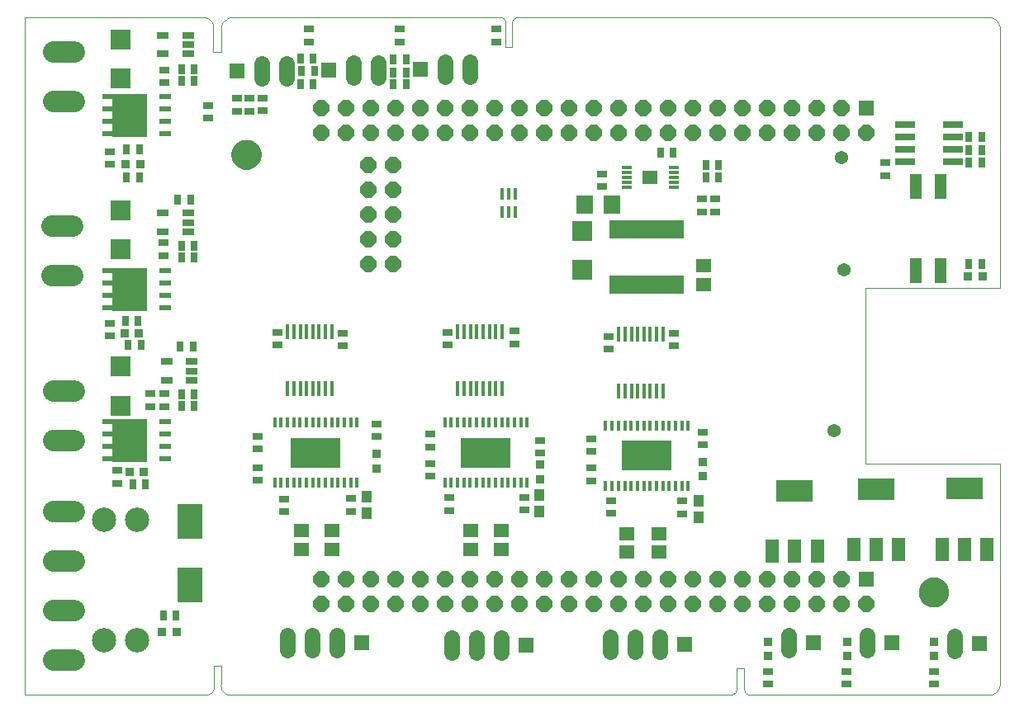
<source format=gts>
G75*
%MOIN*%
%OFA0B0*%
%FSLAX24Y24*%
%IPPOS*%
%LPD*%
%AMOC8*
5,1,8,0,0,1.08239X$1,22.5*
%
%ADD10C,0.0000*%
%ADD11R,0.0178X0.0434*%
%ADD12R,0.2009X0.1221*%
%ADD13R,0.0180X0.0620*%
%ADD14R,0.0394X0.0316*%
%ADD15R,0.0631X0.0552*%
%ADD16R,0.0355X0.0355*%
%ADD17R,0.0520X0.0920*%
%ADD18R,0.1457X0.0906*%
%ADD19R,0.0316X0.0394*%
%ADD20R,0.0434X0.0473*%
%ADD21R,0.0640X0.0640*%
%ADD22C,0.0640*%
%ADD23C,0.0865*%
%ADD24R,0.0485X0.1001*%
%ADD25R,0.1024X0.1418*%
%ADD26R,0.0827X0.0827*%
%ADD27R,0.0820X0.0250*%
%ADD28C,0.0500*%
%ADD29C,0.0434*%
%ADD30C,0.0540*%
%ADD31R,0.0473X0.0237*%
%ADD32R,0.1418X0.1733*%
%ADD33R,0.0512X0.0257*%
%ADD34OC8,0.0640*%
%ADD35C,0.0985*%
%ADD36R,0.0434X0.0158*%
%ADD37R,0.0670X0.0749*%
%ADD38R,0.2993X0.0749*%
%ADD39R,0.0180X0.0500*%
D10*
X002552Y003472D02*
X009875Y003472D01*
X009876Y003473D02*
X009910Y003476D01*
X009944Y003483D01*
X009978Y003494D01*
X010010Y003507D01*
X010040Y003524D01*
X010069Y003543D01*
X010096Y003565D01*
X010121Y003590D01*
X010142Y003617D01*
X010162Y003646D01*
X010178Y003677D01*
X010191Y003710D01*
X010201Y003743D01*
X010207Y003777D01*
X010211Y003812D01*
X010210Y003847D01*
X010210Y003846D02*
X010210Y004654D01*
X010486Y004654D01*
X010486Y003886D01*
X010485Y003886D02*
X010484Y003848D01*
X010487Y003810D01*
X010493Y003773D01*
X010503Y003736D01*
X010517Y003701D01*
X010533Y003667D01*
X010554Y003635D01*
X010577Y003605D01*
X010603Y003578D01*
X010631Y003553D01*
X010662Y003531D01*
X010695Y003513D01*
X010729Y003497D01*
X010765Y003485D01*
X010802Y003477D01*
X010839Y003472D01*
X010840Y003472D02*
X031056Y003472D01*
X031057Y003473D02*
X031086Y003476D01*
X031115Y003483D01*
X031143Y003493D01*
X031170Y003506D01*
X031195Y003522D01*
X031217Y003542D01*
X031238Y003563D01*
X031255Y003587D01*
X031269Y003613D01*
X031280Y003641D01*
X031288Y003670D01*
X031292Y003699D01*
X031293Y003729D01*
X031293Y003728D02*
X031293Y004555D01*
X031608Y004555D01*
X031608Y003728D01*
X031608Y003729D02*
X031609Y003699D01*
X031613Y003670D01*
X031621Y003641D01*
X031632Y003613D01*
X031646Y003587D01*
X031663Y003563D01*
X031684Y003542D01*
X031706Y003522D01*
X031731Y003506D01*
X031758Y003493D01*
X031786Y003483D01*
X031815Y003476D01*
X031844Y003473D01*
X031844Y003472D02*
X041430Y003472D01*
X041471Y003471D01*
X041511Y003474D01*
X041551Y003480D01*
X041591Y003490D01*
X041629Y003503D01*
X041666Y003519D01*
X041701Y003539D01*
X041735Y003561D01*
X041767Y003587D01*
X041796Y003615D01*
X041822Y003645D01*
X041846Y003678D01*
X041867Y003713D01*
X041885Y003749D01*
X041900Y003787D01*
X041911Y003825D01*
X041919Y003865D01*
X041923Y003905D01*
X041923Y003906D02*
X041923Y012823D01*
X036486Y012823D01*
X036486Y019909D01*
X041923Y019909D01*
X041923Y030441D01*
X041923Y030440D02*
X041918Y030480D01*
X041910Y030519D01*
X041898Y030558D01*
X041883Y030595D01*
X041865Y030631D01*
X041844Y030665D01*
X041820Y030697D01*
X041793Y030727D01*
X041764Y030754D01*
X041733Y030779D01*
X041699Y030801D01*
X041664Y030820D01*
X041627Y030835D01*
X041589Y030848D01*
X041550Y030857D01*
X041511Y030863D01*
X041471Y030865D01*
X041431Y030864D01*
X041430Y030864D02*
X026125Y030864D01*
X026125Y030854D02*
X022434Y030854D01*
X022435Y030854D02*
X022407Y030847D01*
X022379Y030837D01*
X022354Y030824D01*
X022330Y030808D01*
X022308Y030790D01*
X022288Y030768D01*
X022271Y030745D01*
X022258Y030720D01*
X022247Y030693D01*
X022240Y030665D01*
X022236Y030636D01*
X022235Y030607D01*
X022238Y030579D01*
X022237Y030579D02*
X022237Y029654D01*
X021982Y029654D01*
X021982Y030579D01*
X021981Y030579D02*
X021984Y030607D01*
X021983Y030636D01*
X021979Y030665D01*
X021972Y030693D01*
X021961Y030720D01*
X021948Y030745D01*
X021931Y030768D01*
X021911Y030790D01*
X021889Y030808D01*
X021865Y030824D01*
X021840Y030837D01*
X021812Y030847D01*
X021784Y030854D01*
X021785Y030854D02*
X010958Y030854D01*
X010917Y030852D01*
X010876Y030847D01*
X010836Y030838D01*
X010797Y030826D01*
X010759Y030810D01*
X010722Y030791D01*
X010687Y030769D01*
X010655Y030744D01*
X010624Y030716D01*
X010596Y030685D01*
X010571Y030653D01*
X010549Y030618D01*
X010530Y030581D01*
X010514Y030543D01*
X010502Y030504D01*
X010493Y030464D01*
X010488Y030423D01*
X010486Y030382D01*
X010486Y029437D01*
X010171Y029437D01*
X010171Y030382D01*
X010174Y030421D01*
X010173Y030460D01*
X010169Y030498D01*
X010162Y030537D01*
X010151Y030574D01*
X010136Y030610D01*
X010119Y030645D01*
X010098Y030678D01*
X010074Y030709D01*
X010047Y030737D01*
X010018Y030763D01*
X009987Y030786D01*
X009954Y030807D01*
X009919Y030824D01*
X009882Y030837D01*
X009845Y030848D01*
X009806Y030855D01*
X009806Y030854D02*
X002552Y030854D01*
X002552Y003472D01*
D11*
X012651Y012050D03*
X012907Y012050D03*
X013163Y012050D03*
X013419Y012050D03*
X013674Y012050D03*
X013930Y012050D03*
X014186Y012050D03*
X014442Y012050D03*
X014698Y012050D03*
X014954Y012050D03*
X015210Y012050D03*
X015466Y012050D03*
X015722Y012050D03*
X015978Y012050D03*
X015978Y014481D03*
X015722Y014481D03*
X015466Y014481D03*
X015210Y014481D03*
X014954Y014481D03*
X014698Y014481D03*
X014442Y014481D03*
X014186Y014481D03*
X013930Y014481D03*
X013674Y014481D03*
X013419Y014481D03*
X013163Y014481D03*
X012907Y014481D03*
X012651Y014481D03*
X019521Y014481D03*
X019777Y014481D03*
X020033Y014481D03*
X020289Y014481D03*
X020545Y014481D03*
X020800Y014481D03*
X021056Y014481D03*
X021312Y014481D03*
X021568Y014481D03*
X021824Y014481D03*
X022080Y014481D03*
X022336Y014481D03*
X022592Y014481D03*
X022848Y014481D03*
X022848Y012050D03*
X022592Y012050D03*
X022336Y012050D03*
X022080Y012050D03*
X021824Y012050D03*
X021568Y012050D03*
X021312Y012050D03*
X021056Y012050D03*
X020800Y012050D03*
X020545Y012050D03*
X020289Y012050D03*
X020033Y012050D03*
X019777Y012050D03*
X019521Y012050D03*
X026017Y011932D03*
X026273Y011932D03*
X026529Y011932D03*
X026785Y011932D03*
X027041Y011932D03*
X027297Y011932D03*
X027552Y011932D03*
X027808Y011932D03*
X028064Y011932D03*
X028320Y011932D03*
X028576Y011932D03*
X028832Y011932D03*
X029088Y011932D03*
X029344Y011932D03*
X029344Y014363D03*
X029088Y014363D03*
X028832Y014363D03*
X028576Y014363D03*
X028320Y014363D03*
X028064Y014363D03*
X027808Y014363D03*
X027552Y014363D03*
X027297Y014363D03*
X027041Y014363D03*
X026785Y014363D03*
X026529Y014363D03*
X026273Y014363D03*
X026017Y014363D03*
D12*
X027680Y013148D03*
X021184Y013266D03*
X014314Y013266D03*
D13*
X014198Y015856D03*
X014448Y015856D03*
X014708Y015856D03*
X014968Y015856D03*
X013938Y015856D03*
X013688Y015856D03*
X013428Y015856D03*
X013168Y015856D03*
X013168Y018156D03*
X013428Y018156D03*
X013688Y018156D03*
X013938Y018156D03*
X014198Y018156D03*
X014448Y018156D03*
X014708Y018156D03*
X014968Y018156D03*
X020038Y018156D03*
X020298Y018156D03*
X020558Y018156D03*
X020808Y018156D03*
X021068Y018156D03*
X021318Y018156D03*
X021578Y018156D03*
X021838Y018156D03*
X021838Y015856D03*
X021578Y015856D03*
X021318Y015856D03*
X021068Y015856D03*
X020808Y015856D03*
X020558Y015856D03*
X020298Y015856D03*
X020038Y015856D03*
X026534Y015738D03*
X026794Y015738D03*
X027054Y015738D03*
X027304Y015738D03*
X027564Y015738D03*
X027814Y015738D03*
X028074Y015738D03*
X028334Y015738D03*
X028334Y018038D03*
X028074Y018038D03*
X027814Y018038D03*
X027564Y018038D03*
X027304Y018038D03*
X027054Y018038D03*
X026794Y018038D03*
X026534Y018038D03*
D14*
X026123Y017958D03*
X026123Y017446D03*
X028763Y017587D03*
X028763Y018098D03*
X029934Y014083D03*
X029934Y013571D03*
X029108Y011307D03*
X029108Y010795D03*
X026243Y010815D03*
X026243Y011327D03*
X025448Y012124D03*
X025448Y012636D03*
X025448Y013315D03*
X025448Y013827D03*
X023379Y013768D03*
X023379Y013256D03*
X022730Y011465D03*
X022730Y010953D03*
X019708Y010933D03*
X019708Y011445D03*
X018950Y012311D03*
X018950Y012823D03*
X018940Y013492D03*
X018940Y014004D03*
X016765Y013906D03*
X016765Y014417D03*
X015725Y011414D03*
X015725Y010902D03*
X013023Y010884D03*
X013023Y011396D03*
X011952Y012137D03*
X011952Y012649D03*
X011962Y013411D03*
X011962Y013923D03*
X008212Y015126D03*
X008212Y015638D03*
X007621Y015638D03*
X007621Y015126D03*
X006293Y012537D03*
X006293Y012026D03*
X012768Y017604D03*
X012768Y018116D03*
X015407Y018098D03*
X015407Y017587D03*
X019647Y017604D03*
X019647Y018116D03*
X022326Y018177D03*
X022326Y017665D03*
X029915Y023000D03*
X030426Y023000D03*
X030426Y023512D03*
X029915Y023512D03*
X025860Y024024D03*
X025860Y024535D03*
X021608Y029860D03*
X021608Y030372D03*
X017690Y030372D03*
X017690Y029860D03*
X014019Y029860D03*
X014019Y030372D03*
X012159Y027587D03*
X012159Y027075D03*
X011627Y027065D03*
X011125Y027065D03*
X011125Y027577D03*
X011627Y027577D03*
X009984Y027281D03*
X009984Y026770D03*
X008212Y028217D03*
X008212Y028728D03*
X005997Y025431D03*
X005997Y024919D03*
X008163Y021740D03*
X008163Y021228D03*
X005997Y018492D03*
X005997Y017980D03*
X032582Y004427D03*
X032582Y003915D03*
X035741Y003915D03*
X035741Y004427D03*
X039265Y004427D03*
X039265Y003915D03*
X037316Y024467D03*
X037316Y024978D03*
D15*
X029954Y020815D03*
X029954Y020067D03*
X027812Y024370D03*
X028173Y009988D03*
X028173Y009240D03*
X026883Y009240D03*
X026883Y009988D03*
X021795Y010106D03*
X021795Y009358D03*
X020564Y009358D03*
X020564Y010106D03*
X014984Y010106D03*
X014984Y009358D03*
X013734Y009358D03*
X013734Y010106D03*
D16*
X016765Y012626D03*
X016765Y013217D03*
X023379Y012783D03*
X023379Y012193D03*
X029934Y012311D03*
X029934Y012902D03*
X032562Y005628D03*
X032562Y005037D03*
X035771Y005037D03*
X035771Y005628D03*
X039265Y005628D03*
X039265Y005037D03*
X040643Y020402D03*
X041234Y020402D03*
X008704Y006031D03*
X008113Y006031D03*
X007375Y012478D03*
X006785Y012478D03*
X006588Y018089D03*
X007178Y018089D03*
X007228Y024929D03*
X006637Y024929D03*
D17*
X032735Y009270D03*
X033645Y009270D03*
X034555Y009270D03*
X036023Y009349D03*
X036932Y009349D03*
X037842Y009349D03*
X039586Y009369D03*
X040495Y009369D03*
X041405Y009369D03*
D18*
X040495Y011809D03*
X036932Y011789D03*
X033645Y011710D03*
D19*
X040682Y020894D03*
X041194Y020894D03*
X041194Y024978D03*
X040682Y024978D03*
X040682Y025470D03*
X041194Y025470D03*
X041194Y026012D03*
X040682Y026012D03*
X030564Y024870D03*
X030564Y024378D03*
X030052Y024378D03*
X030052Y024870D03*
X028734Y025402D03*
X028222Y025402D03*
X017956Y028138D03*
X017956Y028620D03*
X017444Y028620D03*
X017444Y028138D03*
X017444Y029152D03*
X017956Y029152D03*
X014255Y028689D03*
X013743Y028689D03*
X013694Y028138D03*
X014206Y028138D03*
X014206Y029201D03*
X013694Y029201D03*
X009403Y028768D03*
X009403Y028276D03*
X008891Y028276D03*
X008891Y028768D03*
X007188Y025520D03*
X006676Y025520D03*
X006676Y024388D03*
X007188Y024388D03*
X008743Y023502D03*
X009255Y023502D03*
X009403Y021632D03*
X008891Y021632D03*
X008891Y021140D03*
X009403Y021140D03*
X007139Y018581D03*
X006627Y018581D03*
X006745Y017606D03*
X007257Y017606D03*
X008842Y017547D03*
X009354Y017547D03*
X009403Y015628D03*
X009403Y015136D03*
X008891Y015136D03*
X008891Y015628D03*
X007434Y011986D03*
X006923Y011986D03*
X008153Y006671D03*
X008665Y006671D03*
D20*
X016361Y010815D03*
X016361Y011484D03*
X023350Y011543D03*
X023350Y010874D03*
X029767Y010638D03*
X029767Y011307D03*
D21*
X036535Y008156D03*
X037580Y005579D03*
X034391Y005579D03*
X029210Y005520D03*
X022793Y005500D03*
X016178Y005579D03*
X041104Y005539D03*
X036535Y027201D03*
X018541Y028748D03*
X014820Y028709D03*
X011139Y028689D03*
D22*
X012139Y028989D02*
X012139Y028389D01*
X013139Y028389D02*
X013139Y028989D01*
X015820Y029009D02*
X015820Y028409D01*
X016820Y028409D02*
X016820Y029009D01*
X019541Y029048D02*
X019541Y028448D01*
X020541Y028448D02*
X020541Y029048D01*
X015178Y005879D02*
X015178Y005279D01*
X014178Y005279D02*
X014178Y005879D01*
X013178Y005879D02*
X013178Y005279D01*
X019793Y005200D02*
X019793Y005800D01*
X020793Y005800D02*
X020793Y005200D01*
X021793Y005200D02*
X021793Y005800D01*
X026210Y005820D02*
X026210Y005220D01*
X027210Y005220D02*
X027210Y005820D01*
X028210Y005820D02*
X028210Y005220D01*
X033391Y005279D02*
X033391Y005879D01*
X036580Y005879D02*
X036580Y005279D01*
X040104Y005239D02*
X040104Y005839D01*
D23*
X004561Y004902D02*
X003736Y004902D01*
X003736Y006902D02*
X004561Y006902D01*
X004561Y008902D02*
X003736Y008902D01*
X003736Y010902D02*
X004561Y010902D01*
X004561Y013752D02*
X003736Y013752D01*
X003736Y015752D02*
X004561Y015752D01*
X004493Y020425D02*
X003668Y020425D01*
X003668Y022425D02*
X004493Y022425D01*
X004561Y027453D02*
X003736Y027453D01*
X003736Y029453D02*
X004561Y029453D01*
D24*
X038519Y024014D03*
X039519Y024014D03*
X039519Y020628D03*
X038519Y020628D03*
D25*
X009226Y010480D03*
X009226Y007921D03*
D26*
X006440Y015165D03*
X006440Y016740D03*
X006440Y021484D03*
X006440Y023059D03*
X006440Y028374D03*
X006440Y029949D03*
X025072Y022213D03*
X025072Y020638D03*
D27*
X038098Y025016D03*
X038098Y025516D03*
X038098Y026016D03*
X038098Y026516D03*
X040038Y026516D03*
X040038Y026016D03*
X040038Y025516D03*
X040038Y025016D03*
D28*
X038891Y007626D02*
X038893Y007663D01*
X038899Y007700D01*
X038908Y007735D01*
X038922Y007770D01*
X038938Y007803D01*
X038959Y007834D01*
X038982Y007863D01*
X039008Y007889D01*
X039037Y007912D01*
X039068Y007933D01*
X039101Y007949D01*
X039136Y007963D01*
X039171Y007972D01*
X039208Y007978D01*
X039245Y007980D01*
X039282Y007978D01*
X039319Y007972D01*
X039354Y007963D01*
X039389Y007949D01*
X039422Y007933D01*
X039453Y007912D01*
X039482Y007889D01*
X039508Y007863D01*
X039531Y007834D01*
X039552Y007803D01*
X039568Y007770D01*
X039582Y007735D01*
X039591Y007700D01*
X039597Y007663D01*
X039599Y007626D01*
X039597Y007589D01*
X039591Y007552D01*
X039582Y007517D01*
X039568Y007482D01*
X039552Y007449D01*
X039531Y007418D01*
X039508Y007389D01*
X039482Y007363D01*
X039453Y007340D01*
X039422Y007319D01*
X039389Y007303D01*
X039354Y007289D01*
X039319Y007280D01*
X039282Y007274D01*
X039245Y007272D01*
X039208Y007274D01*
X039171Y007280D01*
X039136Y007289D01*
X039101Y007303D01*
X039068Y007319D01*
X039037Y007340D01*
X039008Y007363D01*
X038982Y007389D01*
X038959Y007418D01*
X038938Y007449D01*
X038922Y007482D01*
X038908Y007517D01*
X038899Y007552D01*
X038893Y007589D01*
X038891Y007626D01*
X011145Y025313D02*
X011147Y025350D01*
X011153Y025387D01*
X011162Y025422D01*
X011176Y025457D01*
X011192Y025490D01*
X011213Y025521D01*
X011236Y025550D01*
X011262Y025576D01*
X011291Y025599D01*
X011322Y025620D01*
X011355Y025636D01*
X011390Y025650D01*
X011425Y025659D01*
X011462Y025665D01*
X011499Y025667D01*
X011536Y025665D01*
X011573Y025659D01*
X011608Y025650D01*
X011643Y025636D01*
X011676Y025620D01*
X011707Y025599D01*
X011736Y025576D01*
X011762Y025550D01*
X011785Y025521D01*
X011806Y025490D01*
X011822Y025457D01*
X011836Y025422D01*
X011845Y025387D01*
X011851Y025350D01*
X011853Y025313D01*
X011851Y025276D01*
X011845Y025239D01*
X011836Y025204D01*
X011822Y025169D01*
X011806Y025136D01*
X011785Y025105D01*
X011762Y025076D01*
X011736Y025050D01*
X011707Y025027D01*
X011676Y025006D01*
X011643Y024990D01*
X011608Y024976D01*
X011573Y024967D01*
X011536Y024961D01*
X011499Y024959D01*
X011462Y024961D01*
X011425Y024967D01*
X011390Y024976D01*
X011355Y024990D01*
X011322Y025006D01*
X011291Y025027D01*
X011262Y025050D01*
X011236Y025076D01*
X011213Y025105D01*
X011192Y025136D01*
X011176Y025169D01*
X011162Y025204D01*
X011153Y025239D01*
X011147Y025276D01*
X011145Y025313D01*
D29*
X011499Y025313D03*
X039245Y007626D03*
D30*
X035249Y014142D03*
X035643Y020657D03*
X035545Y025195D03*
D31*
X008222Y026148D03*
X008222Y026648D03*
X008222Y027148D03*
X008222Y027648D03*
X005938Y027648D03*
X005938Y027148D03*
X005938Y026648D03*
X005938Y026148D03*
X005938Y020610D03*
X005938Y020110D03*
X005938Y019610D03*
X005938Y019110D03*
X008222Y019110D03*
X008222Y019610D03*
X008222Y020110D03*
X008222Y020610D03*
X008222Y014508D03*
X008222Y014008D03*
X008222Y013508D03*
X008222Y013008D03*
X005938Y013008D03*
X005938Y013508D03*
X005938Y014008D03*
X005938Y014508D03*
D32*
X006785Y013758D03*
X006785Y019860D03*
X006785Y026898D03*
D33*
X008143Y029378D03*
X008143Y030126D03*
X009167Y030126D03*
X009167Y029752D03*
X009167Y029378D03*
X009167Y022941D03*
X009167Y022567D03*
X009167Y022193D03*
X008143Y022193D03*
X008143Y022941D03*
X008291Y016937D03*
X008291Y016189D03*
X009314Y016189D03*
X009314Y016563D03*
X009314Y016937D03*
D34*
X016442Y020902D03*
X016442Y021902D03*
X017442Y021902D03*
X017442Y020902D03*
X017442Y022902D03*
X016442Y022902D03*
X016442Y023902D03*
X017442Y023902D03*
X017442Y024902D03*
X016442Y024902D03*
X016535Y026201D03*
X017535Y026201D03*
X018535Y026201D03*
X019535Y026201D03*
X020535Y026201D03*
X021535Y026201D03*
X022535Y026201D03*
X023535Y026201D03*
X024535Y026201D03*
X025535Y026201D03*
X026535Y026201D03*
X027535Y026201D03*
X028535Y026201D03*
X029535Y026201D03*
X030535Y026201D03*
X031535Y026201D03*
X032535Y026201D03*
X033535Y026201D03*
X034535Y026201D03*
X035535Y026201D03*
X036535Y026201D03*
X035535Y027201D03*
X034535Y027201D03*
X033535Y027201D03*
X032535Y027201D03*
X031535Y027201D03*
X030535Y027201D03*
X029535Y027201D03*
X028535Y027201D03*
X027535Y027201D03*
X026535Y027201D03*
X025535Y027201D03*
X024535Y027201D03*
X023535Y027201D03*
X022535Y027201D03*
X021535Y027201D03*
X020535Y027201D03*
X019535Y027201D03*
X018535Y027201D03*
X017535Y027201D03*
X016535Y027201D03*
X015535Y027201D03*
X014535Y027201D03*
X014535Y026201D03*
X015535Y026201D03*
X015535Y008156D03*
X014535Y008156D03*
X014535Y007156D03*
X015535Y007156D03*
X016535Y007156D03*
X017535Y007156D03*
X017535Y008156D03*
X016535Y008156D03*
X018535Y008156D03*
X019535Y008156D03*
X020535Y008156D03*
X021535Y008156D03*
X022535Y008156D03*
X023535Y008156D03*
X024535Y008156D03*
X025535Y008156D03*
X026535Y008156D03*
X027535Y008156D03*
X028535Y008156D03*
X029535Y008156D03*
X030535Y008156D03*
X031535Y008156D03*
X032535Y008156D03*
X033535Y008156D03*
X034535Y008156D03*
X035535Y008156D03*
X035535Y007156D03*
X036535Y007156D03*
X034535Y007156D03*
X033535Y007156D03*
X032535Y007156D03*
X031535Y007156D03*
X030535Y007156D03*
X029535Y007156D03*
X028535Y007156D03*
X027535Y007156D03*
X026535Y007156D03*
X025535Y007156D03*
X024535Y007156D03*
X023535Y007156D03*
X022535Y007156D03*
X021535Y007156D03*
X020535Y007156D03*
X019535Y007156D03*
X018535Y007156D03*
D35*
X007100Y005677D03*
X005761Y005677D03*
X005761Y010559D03*
X007100Y010559D03*
D36*
X026883Y023984D03*
X026883Y024181D03*
X026883Y024376D03*
X026883Y024575D03*
X026883Y024772D03*
X028773Y024772D03*
X028773Y024575D03*
X028773Y024376D03*
X028773Y024181D03*
X028773Y023984D03*
D37*
X026273Y023276D03*
X025171Y023276D03*
D38*
X027651Y022272D03*
X027651Y020067D03*
D39*
X022360Y022984D03*
X022100Y022984D03*
X021840Y022984D03*
X021840Y023724D03*
X022100Y023724D03*
X022360Y023724D03*
M02*

</source>
